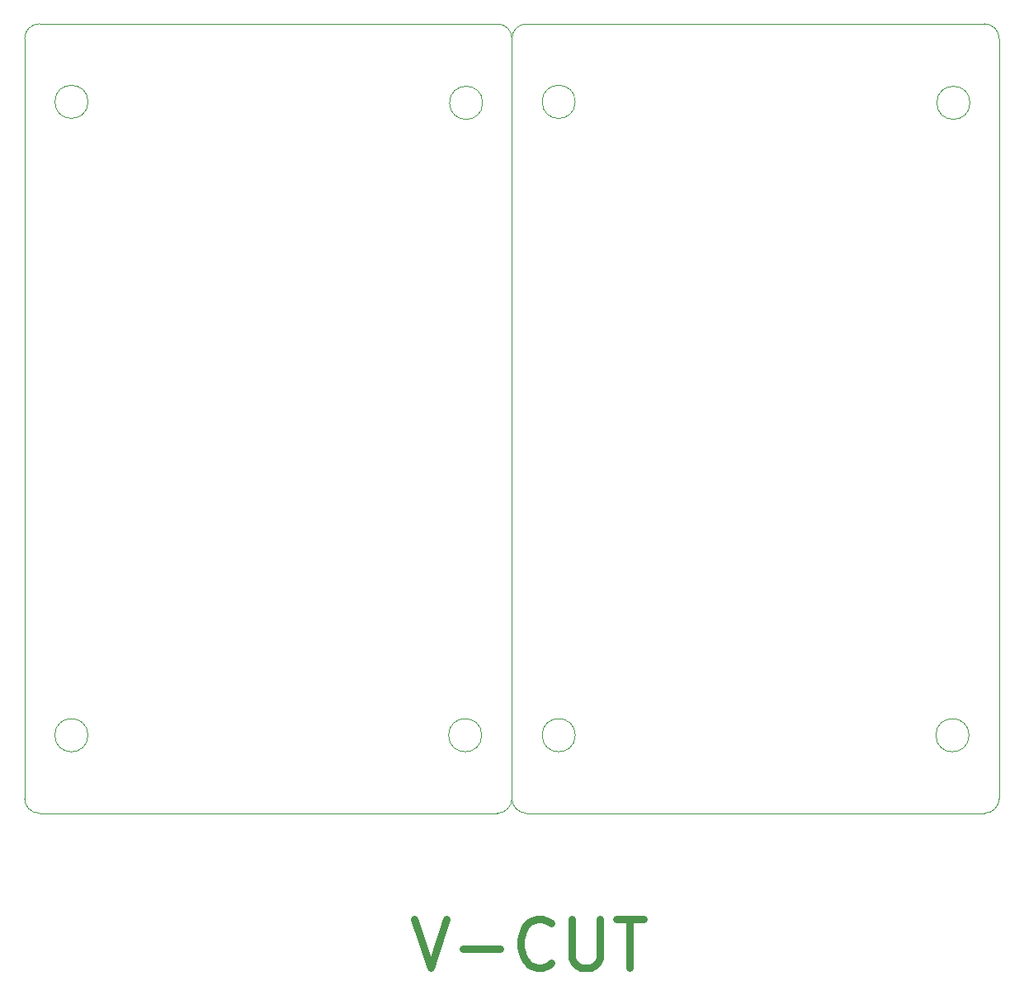
<source format=gbr>
%TF.GenerationSoftware,KiCad,Pcbnew,8.0.7*%
%TF.CreationDate,2025-01-14T20:12:34+09:00*%
%TF.ProjectId,POP_UP_Board_NEW V7.0,504f505f-5550-45f4-926f-6172645f4e45,rev?*%
%TF.SameCoordinates,Original*%
%TF.FileFunction,Profile,NP*%
%FSLAX46Y46*%
G04 Gerber Fmt 4.6, Leading zero omitted, Abs format (unit mm)*
G04 Created by KiCad (PCBNEW 8.0.7) date 2025-01-14 20:12:34*
%MOMM*%
%LPD*%
G01*
G04 APERTURE LIST*
%TA.AperFunction,Profile*%
%ADD10C,0.050000*%
%TD*%
%ADD11C,0.750000*%
G04 APERTURE END LIST*
D10*
X131101250Y-125871250D02*
G75*
G02*
X127701250Y-125871250I-1700000J0D01*
G01*
X127701250Y-125871250D02*
G75*
G02*
X131101250Y-125871250I1700000J0D01*
G01*
X171501250Y-125871250D02*
G75*
G02*
X168101250Y-125871250I-1700000J0D01*
G01*
X168101250Y-125871250D02*
G75*
G02*
X171501250Y-125871250I1700000J0D01*
G01*
X171601250Y-60971250D02*
G75*
G02*
X168201250Y-60971250I-1700000J0D01*
G01*
X168201250Y-60971250D02*
G75*
G02*
X171601250Y-60971250I1700000J0D01*
G01*
X174601250Y-132371250D02*
X174601250Y-54371250D01*
X126101250Y-52871250D02*
X173101250Y-52871250D01*
X126101250Y-133871250D02*
G75*
G02*
X124601250Y-132371250I0J1500000D01*
G01*
X124601250Y-54371250D02*
X124601250Y-132371250D01*
X174601250Y-132371250D02*
G75*
G02*
X173101250Y-133871250I-1500000J0D01*
G01*
X126101250Y-133871250D02*
X173101250Y-133871250D01*
X173101250Y-52871250D02*
G75*
G02*
X174601250Y-54371250I0J-1500000D01*
G01*
X124601250Y-54371250D02*
G75*
G02*
X126101250Y-52871250I1500000J0D01*
G01*
X131101250Y-60871250D02*
G75*
G02*
X127701250Y-60871250I-1700000J0D01*
G01*
X127701250Y-60871250D02*
G75*
G02*
X131101250Y-60871250I1700000J0D01*
G01*
X81101250Y-125871250D02*
G75*
G02*
X77701250Y-125871250I-1700000J0D01*
G01*
X77701250Y-125871250D02*
G75*
G02*
X81101250Y-125871250I1700000J0D01*
G01*
X121501250Y-125871250D02*
G75*
G02*
X118101250Y-125871250I-1700000J0D01*
G01*
X118101250Y-125871250D02*
G75*
G02*
X121501250Y-125871250I1700000J0D01*
G01*
X121601250Y-60971250D02*
G75*
G02*
X118201250Y-60971250I-1700000J0D01*
G01*
X118201250Y-60971250D02*
G75*
G02*
X121601250Y-60971250I1700000J0D01*
G01*
X81101250Y-60871250D02*
G75*
G02*
X77701250Y-60871250I-1700000J0D01*
G01*
X77701250Y-60871250D02*
G75*
G02*
X81101250Y-60871250I1700000J0D01*
G01*
X74601250Y-54371250D02*
X74601250Y-132371250D01*
X124601250Y-132371250D02*
G75*
G02*
X123101250Y-133871250I-1500000J0D01*
G01*
X76101250Y-133871250D02*
G75*
G02*
X74601250Y-132371250I0J1500000D01*
G01*
X74601250Y-54371250D02*
G75*
G02*
X76101250Y-52871250I1500000J0D01*
G01*
X76101250Y-52871250D02*
X123101250Y-52871250D01*
X123101250Y-52871250D02*
G75*
G02*
X124601250Y-54371250I0J-1500000D01*
G01*
X76101250Y-133871250D02*
X123101250Y-133871250D01*
X124601250Y-132371250D02*
X124601250Y-54371250D01*
D11*
X114564286Y-144724095D02*
X116230953Y-149724095D01*
X116230953Y-149724095D02*
X117897619Y-144724095D01*
X119564286Y-147819333D02*
X123373810Y-147819333D01*
X128611905Y-149247904D02*
X128373809Y-149486000D01*
X128373809Y-149486000D02*
X127659524Y-149724095D01*
X127659524Y-149724095D02*
X127183333Y-149724095D01*
X127183333Y-149724095D02*
X126469047Y-149486000D01*
X126469047Y-149486000D02*
X125992857Y-149009809D01*
X125992857Y-149009809D02*
X125754762Y-148533619D01*
X125754762Y-148533619D02*
X125516666Y-147581238D01*
X125516666Y-147581238D02*
X125516666Y-146866952D01*
X125516666Y-146866952D02*
X125754762Y-145914571D01*
X125754762Y-145914571D02*
X125992857Y-145438380D01*
X125992857Y-145438380D02*
X126469047Y-144962190D01*
X126469047Y-144962190D02*
X127183333Y-144724095D01*
X127183333Y-144724095D02*
X127659524Y-144724095D01*
X127659524Y-144724095D02*
X128373809Y-144962190D01*
X128373809Y-144962190D02*
X128611905Y-145200285D01*
X130754762Y-144724095D02*
X130754762Y-148771714D01*
X130754762Y-148771714D02*
X130992857Y-149247904D01*
X130992857Y-149247904D02*
X131230952Y-149486000D01*
X131230952Y-149486000D02*
X131707143Y-149724095D01*
X131707143Y-149724095D02*
X132659524Y-149724095D01*
X132659524Y-149724095D02*
X133135714Y-149486000D01*
X133135714Y-149486000D02*
X133373809Y-149247904D01*
X133373809Y-149247904D02*
X133611905Y-148771714D01*
X133611905Y-148771714D02*
X133611905Y-144724095D01*
X135278571Y-144724095D02*
X138135714Y-144724095D01*
X136707142Y-149724095D02*
X136707142Y-144724095D01*
M02*

</source>
